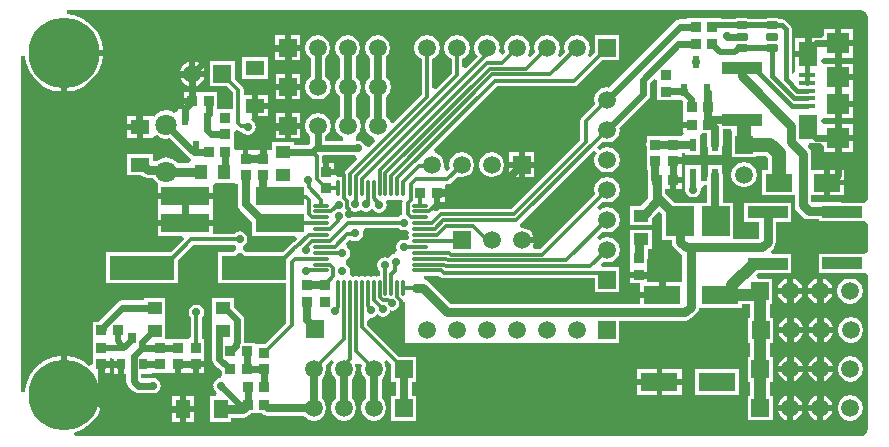
<source format=gtl>
G04*
G04 #@! TF.GenerationSoftware,Altium Limited,Altium Designer,20.0.10 (225)*
G04*
G04 Layer_Physical_Order=1*
G04 Layer_Color=255*
%FSLAX44Y44*%
%MOMM*%
G71*
G01*
G75*
%ADD41R,0.8500X0.8500*%
%ADD42R,0.8500X0.8500*%
%ADD43R,1.2500X1.0000*%
%ADD44R,1.2000X1.6000*%
%ADD45R,0.6500X0.9500*%
%ADD46R,1.0000X1.2500*%
%ADD47R,0.6000X1.1000*%
%ADD48R,1.6000X1.2000*%
%ADD49R,5.5000X2.0000*%
%ADD50R,4.1000X1.5200*%
%ADD51O,1.4000X0.3000*%
%ADD52O,0.3000X1.4000*%
G04:AMPARAMS|DCode=53|XSize=0.6mm|YSize=1mm|CornerRadius=0.075mm|HoleSize=0mm|Usage=FLASHONLY|Rotation=90.000|XOffset=0mm|YOffset=0mm|HoleType=Round|Shape=RoundedRectangle|*
%AMROUNDEDRECTD53*
21,1,0.6000,0.8500,0,0,90.0*
21,1,0.4500,1.0000,0,0,90.0*
1,1,0.1500,0.4250,0.2250*
1,1,0.1500,0.4250,-0.2250*
1,1,0.1500,-0.4250,-0.2250*
1,1,0.1500,-0.4250,0.2250*
%
%ADD53ROUNDEDRECTD53*%
%ADD54R,3.3500X1.0000*%
%ADD55R,0.6000X1.1000*%
%ADD56R,1.4000X0.4000*%
%ADD57R,1.6000X2.1000*%
%ADD58R,1.9000X1.8000*%
%ADD59R,1.9000X1.7500*%
%ADD60R,2.2000X1.5500*%
%ADD61R,2.4000X2.6000*%
%ADD62R,3.1500X1.6000*%
%ADD63C,0.3000*%
%ADD64C,0.6300*%
%ADD65C,0.8000*%
%ADD66C,0.7000*%
%ADD67C,0.6000*%
%ADD68C,0.4000*%
%ADD69C,1.2000*%
%ADD70C,0.5000*%
%ADD71C,1.0000*%
%ADD72C,0.5600*%
%ADD73C,1.5000*%
%ADD74R,1.5000X1.5000*%
%ADD75C,6.0000*%
%ADD76C,1.8000*%
%ADD77R,1.5000X1.5000*%
%ADD78C,0.7000*%
G36*
X542760Y306739D02*
Y303740D01*
Y289740D01*
X557260D01*
Y289739D01*
X559510Y289489D01*
Y289489D01*
X560157Y289490D01*
X563859D01*
X564760Y288588D01*
Y276740D01*
X564760D01*
Y276239D01*
X564760D01*
Y271490D01*
X572010D01*
Y266490D01*
X564760D01*
Y261740D01*
X564912Y261542D01*
X564737Y260996D01*
X563099Y259240D01*
X548760D01*
Y259240D01*
X548260Y259240D01*
Y259240D01*
X533760D01*
Y253887D01*
X533383Y251990D01*
X533760Y250093D01*
Y244740D01*
Y230740D01*
X534383D01*
Y222990D01*
X534760Y221093D01*
Y214740D01*
X535123D01*
Y206946D01*
X528167Y199989D01*
X519760D01*
Y183990D01*
X538260D01*
Y189896D01*
X544135Y195771D01*
X547010Y192896D01*
Y170990D01*
X554873D01*
Y169676D01*
X555416Y166945D01*
X556964Y164629D01*
X561650Y159943D01*
X563873Y158457D01*
Y135990D01*
X549011D01*
Y124990D01*
X546511D01*
Y122490D01*
X527760D01*
Y117127D01*
X367967D01*
X349057Y136036D01*
X346742Y137583D01*
X345143Y137901D01*
X345438Y140901D01*
X358033D01*
X358589Y140345D01*
X360078Y139351D01*
X361833Y139002D01*
X489510D01*
Y127090D01*
X510510D01*
Y148090D01*
X495842D01*
X494699Y150849D01*
X495554Y151788D01*
X496937Y152895D01*
X500010Y152284D01*
X504107Y153099D01*
X507580Y155420D01*
X509901Y158893D01*
X510716Y162990D01*
X509901Y167087D01*
X507580Y170560D01*
X504107Y172880D01*
X500010Y173695D01*
X495914Y172880D01*
X493861Y171509D01*
X491949Y173839D01*
X496493Y178384D01*
X500010Y177684D01*
X504107Y178499D01*
X507580Y180820D01*
X509901Y184293D01*
X510716Y188390D01*
X509901Y192486D01*
X507580Y195960D01*
X504107Y198280D01*
X500010Y199095D01*
X495914Y198280D01*
X493861Y196909D01*
X491949Y199239D01*
X496493Y203784D01*
X500010Y203084D01*
X504107Y203899D01*
X507580Y206220D01*
X509901Y209693D01*
X510716Y213790D01*
X509901Y217887D01*
X507580Y221360D01*
X504107Y223680D01*
X500010Y224495D01*
X495914Y223680D01*
X492440Y221360D01*
X490120Y217887D01*
X489305Y213790D01*
X490004Y210272D01*
X443310Y163578D01*
X441010D01*
X441010Y163578D01*
X438668D01*
X437254Y166223D01*
X437701Y166893D01*
X438019Y168490D01*
X427810D01*
Y173490D01*
X438019D01*
X437701Y175087D01*
X435380Y178560D01*
X431907Y180880D01*
X427810Y181695D01*
X427354Y181605D01*
X426184Y184431D01*
X426655Y184745D01*
X489161Y247251D01*
X491491Y245339D01*
X490120Y243286D01*
X489305Y239190D01*
X490120Y235093D01*
X492440Y231620D01*
X495914Y229299D01*
X500010Y228484D01*
X504107Y229299D01*
X507580Y231620D01*
X509901Y235093D01*
X510716Y239190D01*
X509901Y243286D01*
X507580Y246760D01*
X504107Y249080D01*
X500010Y249895D01*
X495914Y249080D01*
X493861Y247709D01*
X491949Y250039D01*
X496493Y254584D01*
X500010Y253884D01*
X504107Y254699D01*
X507580Y257020D01*
X509901Y260493D01*
X510716Y264590D01*
X510375Y266303D01*
X534787Y290714D01*
X536113Y292699D01*
X536578Y295040D01*
Y304477D01*
X539989Y307887D01*
X542760Y306739D01*
D02*
G37*
G36*
X715000Y365812D02*
X717224Y365369D01*
X719109Y364109D01*
X720369Y362224D01*
X720812Y360000D01*
X720922D01*
Y205014D01*
X717922Y202990D01*
X698700D01*
X698010Y203127D01*
X673653D01*
X673148Y203632D01*
Y209240D01*
X684010D01*
Y219990D01*
Y230739D01*
X673148D01*
Y244254D01*
X672604Y246985D01*
X671057Y249301D01*
X669890Y250468D01*
X671038Y253240D01*
X680510D01*
X681510Y253239D01*
X683510Y251068D01*
Y245740D01*
X693510D01*
Y257740D01*
Y269739D01*
X684510D01*
X683510Y269740D01*
X681510Y271911D01*
Y272568D01*
X683510Y274740D01*
X684510Y274740D01*
X693510D01*
Y286490D01*
X696010D01*
Y288990D01*
X708510D01*
Y297240D01*
Y306490D01*
X696010D01*
Y308990D01*
X693510D01*
Y320740D01*
X684510D01*
X683510Y320740D01*
X681510Y322911D01*
Y323568D01*
X683510Y325740D01*
X684510Y325740D01*
X693510D01*
Y337740D01*
Y349739D01*
X683510D01*
Y344411D01*
X681510Y342240D01*
X680510Y342239D01*
X673010D01*
Y328740D01*
X670510D01*
Y326240D01*
X659510D01*
Y313843D01*
X656510Y312224D01*
X656351Y312328D01*
Y349747D01*
X655963Y351698D01*
X654858Y353352D01*
X651615Y356594D01*
X649961Y357700D01*
X648010Y358088D01*
X646748D01*
X645723Y358772D01*
X644260Y359063D01*
X635760D01*
X634297Y358772D01*
X634036Y358597D01*
X619985D01*
X619724Y358772D01*
X618260Y359063D01*
X609760D01*
X608297Y358772D01*
X608036Y358597D01*
X596260D01*
Y359240D01*
X567760D01*
Y358107D01*
X562010D01*
X559669Y357641D01*
X557685Y356315D01*
X501724Y300354D01*
X500010Y300695D01*
X495914Y299880D01*
X492440Y297560D01*
X490120Y294086D01*
X489305Y289990D01*
X490004Y286472D01*
X478766Y275234D01*
X477771Y273745D01*
X477422Y271990D01*
Y255890D01*
X419110Y197578D01*
X359504D01*
X357748Y197229D01*
X356260Y196234D01*
X355622Y195596D01*
X352605Y196403D01*
X351749Y198734D01*
X352099Y200490D01*
X352049Y200739D01*
X353510Y202894D01*
Y210989D01*
X356010D01*
Y213489D01*
X363260D01*
Y218239D01*
X365010Y218401D01*
X365010Y218401D01*
X366766Y218751D01*
X368255Y219745D01*
X373493Y224984D01*
X377010Y224284D01*
X381107Y225099D01*
X384580Y227419D01*
X386901Y230893D01*
X387716Y234989D01*
X386901Y239086D01*
X384580Y242560D01*
X381107Y244880D01*
X377010Y245695D01*
X372914Y244880D01*
X369440Y242560D01*
X367120Y239086D01*
X366305Y234989D01*
X367004Y231472D01*
X364908Y229376D01*
X364051Y229503D01*
X363872Y229601D01*
X361892Y232857D01*
X362316Y234989D01*
X361501Y239086D01*
X359180Y242560D01*
X355707Y244880D01*
X354512Y245118D01*
X353525Y248373D01*
X406732Y301580D01*
X472189D01*
X473945Y301930D01*
X475434Y302924D01*
X495999Y323490D01*
X510510D01*
Y344490D01*
X489510D01*
Y329978D01*
X485460Y325928D01*
X483130Y327840D01*
X484501Y329893D01*
X485316Y333990D01*
X484501Y338086D01*
X482180Y341560D01*
X478707Y343880D01*
X474610Y344695D01*
X470513Y343880D01*
X467040Y341560D01*
X464720Y338086D01*
X463905Y333990D01*
X464604Y330472D01*
X460060Y325928D01*
X457730Y327840D01*
X459101Y329893D01*
X459916Y333990D01*
X459101Y338086D01*
X456780Y341560D01*
X453307Y343880D01*
X449210Y344695D01*
X445113Y343880D01*
X441640Y341560D01*
X439320Y338086D01*
X438505Y333990D01*
X439204Y330472D01*
X434660Y325928D01*
X432330Y327840D01*
X433701Y329893D01*
X434516Y333990D01*
X433701Y338086D01*
X431380Y341560D01*
X427907Y343880D01*
X423810Y344695D01*
X419714Y343880D01*
X416240Y341560D01*
X413920Y338086D01*
X413105Y333990D01*
X413804Y330472D01*
X411594Y328262D01*
X410825Y328376D01*
X410562Y328534D01*
X408666Y331729D01*
X409116Y333990D01*
X408301Y338086D01*
X405980Y341560D01*
X402507Y343880D01*
X398410Y344695D01*
X394314Y343880D01*
X390840Y341560D01*
X388520Y338086D01*
X387705Y333990D01*
X388520Y329893D01*
X390456Y326995D01*
X380370Y316909D01*
X377598Y318057D01*
Y324427D01*
X380580Y326419D01*
X382901Y329893D01*
X383716Y333990D01*
X382901Y338086D01*
X380580Y341560D01*
X377107Y343880D01*
X373010Y344695D01*
X368913Y343880D01*
X365440Y341560D01*
X363120Y338086D01*
X362305Y333990D01*
X363120Y329893D01*
X365440Y326419D01*
X368422Y324427D01*
Y312648D01*
X354970Y299196D01*
X352198Y300344D01*
Y324427D01*
X355180Y326419D01*
X357501Y329893D01*
X358316Y333990D01*
X357501Y338086D01*
X355180Y341560D01*
X351707Y343880D01*
X347610Y344695D01*
X343513Y343880D01*
X340040Y341560D01*
X337720Y338086D01*
X336905Y333990D01*
X337720Y329893D01*
X340040Y326419D01*
X343022Y324427D01*
Y294319D01*
X319129Y270426D01*
X316258Y271297D01*
X316101Y272086D01*
X313780Y275560D01*
X312638Y276323D01*
Y292670D01*
X313778Y293432D01*
X316098Y296905D01*
X316913Y301002D01*
X316098Y305099D01*
X313778Y308572D01*
X312638Y309333D01*
Y325923D01*
X313381Y326419D01*
X315701Y329893D01*
X316516Y333989D01*
X315701Y338086D01*
X313381Y341560D01*
X309907Y343880D01*
X305810Y344695D01*
X301714Y343880D01*
X298240Y341560D01*
X295920Y338086D01*
X295105Y333989D01*
X295920Y329893D01*
X298240Y326419D01*
X299383Y325656D01*
Y309070D01*
X298638Y308572D01*
X296317Y305099D01*
X295502Y301002D01*
X296317Y296905D01*
X298638Y293432D01*
X299383Y292933D01*
Y276056D01*
X298640Y275560D01*
X296320Y272086D01*
X295505Y267990D01*
X296320Y263893D01*
X298640Y260419D01*
X302113Y258099D01*
X302903Y257942D01*
X303774Y255071D01*
X298530Y249827D01*
X295275Y250814D01*
X295133Y251526D01*
X293697Y253676D01*
X291546Y255112D01*
X289010Y255617D01*
X288224Y255460D01*
X287251Y256057D01*
X287181Y259618D01*
X288381Y260419D01*
X290701Y263893D01*
X291516Y267990D01*
X290701Y272086D01*
X288381Y275560D01*
X287238Y276323D01*
Y292670D01*
X288378Y293432D01*
X290698Y296905D01*
X291513Y301002D01*
X290698Y305099D01*
X288378Y308572D01*
X287238Y309333D01*
Y325923D01*
X287980Y326419D01*
X290301Y329893D01*
X291116Y333989D01*
X290301Y338086D01*
X287980Y341560D01*
X284507Y343880D01*
X280410Y344695D01*
X276313Y343880D01*
X272840Y341560D01*
X270520Y338086D01*
X269705Y333989D01*
X270520Y329893D01*
X272840Y326419D01*
X273983Y325656D01*
Y309070D01*
X273237Y308572D01*
X270917Y305099D01*
X270102Y301002D01*
X270917Y296905D01*
X273237Y293432D01*
X273983Y292933D01*
Y276056D01*
X273240Y275560D01*
X270920Y272086D01*
X270105Y267990D01*
X270920Y263893D01*
X273240Y260419D01*
X276714Y258099D01*
X276376Y255107D01*
X261128D01*
Y259182D01*
X262980Y260419D01*
X265301Y263893D01*
X266116Y267990D01*
X265301Y272086D01*
X262980Y275560D01*
X259507Y277880D01*
X255410Y278695D01*
X251313Y277880D01*
X247840Y275560D01*
X245520Y272086D01*
X244705Y267990D01*
X245520Y263893D01*
X247840Y260419D01*
X248893Y259716D01*
Y253038D01*
X247962Y252107D01*
X235260D01*
Y253990D01*
X216760D01*
Y250033D01*
X216260Y247240D01*
X211510D01*
Y239990D01*
X206510D01*
Y247240D01*
X204260D01*
X201760Y247240D01*
Y247240D01*
X201263Y247231D01*
Y247231D01*
X196514D01*
Y239981D01*
X191514D01*
Y247231D01*
X187260D01*
X186763Y247231D01*
X184260Y248431D01*
Y253239D01*
X184260D01*
X184260Y253740D01*
X184260Y256239D01*
Y263008D01*
X186242Y264095D01*
X187260Y264337D01*
X188489Y263516D01*
X190245Y263167D01*
X190747D01*
X191324Y262303D01*
X193474Y260867D01*
X196010Y260362D01*
X198547Y260867D01*
X200697Y262303D01*
X202133Y264453D01*
X202638Y266990D01*
X202133Y269526D01*
X200697Y271676D01*
X198730Y272990D01*
X198698Y273210D01*
X199510Y274632D01*
Y284990D01*
Y293990D01*
X192598D01*
Y298390D01*
X192249Y300145D01*
X191255Y301634D01*
X184910Y307978D01*
Y322490D01*
X163910D01*
Y301490D01*
X178422D01*
X183422Y296489D01*
Y282240D01*
X170260D01*
Y296239D01*
X151510D01*
Y288990D01*
X149010D01*
Y286490D01*
X141760D01*
Y282489D01*
X136510D01*
Y280682D01*
X133510Y279079D01*
X131692Y280293D01*
X127010Y281225D01*
X122328Y280293D01*
X118359Y277641D01*
X117045Y275676D01*
X116010Y275989D01*
Y275989D01*
X107510D01*
Y266989D01*
Y257990D01*
X116010D01*
Y258864D01*
X119010Y259903D01*
X122328Y257686D01*
X127010Y256754D01*
X129999Y257349D01*
X145685Y241664D01*
X146967Y240807D01*
X147650Y239127D01*
X147043Y237682D01*
X145571Y236127D01*
X136674D01*
X135662Y237641D01*
X131692Y240293D01*
X127010Y241225D01*
X122328Y240293D01*
X118956Y238040D01*
X116010D01*
Y243990D01*
X94010D01*
Y225990D01*
X105917D01*
X106050Y225856D01*
X108366Y224309D01*
X111097Y223766D01*
X116068D01*
X118359Y220338D01*
X118783Y220055D01*
X119510Y219189D01*
Y211089D01*
X166510D01*
Y217361D01*
X167829Y219451D01*
X169282Y219740D01*
X183763D01*
X184010Y219739D01*
X186763Y219144D01*
Y218731D01*
X187386D01*
Y201486D01*
X187891Y198950D01*
X189327Y196800D01*
X199510Y186617D01*
Y174790D01*
X236302D01*
X237450Y172018D01*
X234761Y169329D01*
X234254Y169228D01*
X232766Y168234D01*
X225522Y160990D01*
X194155D01*
X193697Y161676D01*
X191898Y162878D01*
X191708Y164489D01*
X191898Y166101D01*
X193697Y167303D01*
X195133Y169453D01*
X195638Y171989D01*
X195133Y174526D01*
X193697Y176676D01*
X191547Y178112D01*
X189010Y178617D01*
X186474Y178112D01*
X184324Y176676D01*
X184259Y176578D01*
X166510D01*
Y182890D01*
X119510D01*
Y174790D01*
X140402D01*
X141550Y172018D01*
X130522Y160990D01*
X76010D01*
Y134990D01*
X137010D01*
Y154501D01*
X149911Y167401D01*
X184259D01*
X184324Y167303D01*
X186123Y166101D01*
X186312Y164490D01*
X186123Y162878D01*
X184324Y161676D01*
X183866Y160990D01*
X171010D01*
Y134990D01*
X228422D01*
Y100890D01*
X210772Y83239D01*
X202760D01*
X202260Y84240D01*
X193391D01*
X193128Y84561D01*
Y103240D01*
X192662Y105581D01*
X191336Y107565D01*
X184260Y114641D01*
Y121989D01*
X165760D01*
Y105990D01*
Y92581D01*
X165643Y91989D01*
Y70669D01*
X166108Y68327D01*
X167435Y66343D01*
X170621Y63156D01*
X172342Y62007D01*
X173760Y60588D01*
Y57492D01*
X173516Y54685D01*
X171017Y54121D01*
X170974Y54112D01*
X168824Y52676D01*
X167388Y50526D01*
X166883Y47990D01*
X166965Y47580D01*
X166893Y47219D01*
X167358Y44878D01*
X168685Y42893D01*
X170037Y41989D01*
X169420Y38990D01*
X164010D01*
Y16990D01*
X182010D01*
Y20852D01*
X192010D01*
X194742Y21396D01*
X197057Y22943D01*
X198854Y24739D01*
X207888D01*
X208337Y24290D01*
X210487Y22854D01*
X213023Y22349D01*
X243613D01*
X244243Y21407D01*
X247716Y19086D01*
X251813Y18271D01*
X255910Y19086D01*
X259383Y21407D01*
X261704Y24880D01*
X262519Y28977D01*
X261704Y33073D01*
X259383Y36547D01*
X258441Y37176D01*
Y53776D01*
X259383Y54406D01*
X261704Y57880D01*
X262519Y61976D01*
X261819Y65494D01*
X266364Y70038D01*
X268694Y68126D01*
X267323Y66073D01*
X266508Y61976D01*
X267323Y57880D01*
X269643Y54406D01*
X270586Y53776D01*
Y37176D01*
X269643Y36547D01*
X267323Y33073D01*
X266508Y28977D01*
X267323Y24880D01*
X269643Y21407D01*
X273116Y19086D01*
X277213Y18271D01*
X281310Y19086D01*
X284783Y21407D01*
X287104Y24880D01*
X287919Y28977D01*
X287104Y33073D01*
X284783Y36547D01*
X283841Y37176D01*
Y53776D01*
X284783Y54406D01*
X287104Y57880D01*
X287919Y61976D01*
X287104Y66073D01*
X287488Y66540D01*
X291369Y66732D01*
X292607Y65494D01*
X291908Y61976D01*
X292722Y57880D01*
X295043Y54406D01*
X295986Y53776D01*
Y37176D01*
X295043Y36547D01*
X292722Y33073D01*
X291908Y28977D01*
X292722Y24880D01*
X295043Y21407D01*
X298516Y19086D01*
X302613Y18271D01*
X306710Y19086D01*
X310183Y21407D01*
X312504Y24880D01*
X313319Y28977D01*
X312504Y33073D01*
X310183Y36547D01*
X309241Y37176D01*
Y53776D01*
X310183Y54406D01*
X312504Y57880D01*
X313319Y61976D01*
X312504Y66073D01*
X311133Y68126D01*
X313463Y70038D01*
X317513Y65988D01*
Y51476D01*
X321386D01*
Y39476D01*
X317513D01*
Y18477D01*
X338513D01*
Y39476D01*
X334641D01*
Y51476D01*
X338513D01*
Y72477D01*
X324002D01*
X297099Y99380D01*
Y102883D01*
X300010Y105362D01*
X302547Y105867D01*
X304697Y107303D01*
X305352Y108285D01*
X307474Y106867D01*
X310010Y106362D01*
X312547Y106867D01*
X314697Y108303D01*
X316133Y110453D01*
X316378Y111687D01*
X318010Y111362D01*
X320546Y111867D01*
X322697Y113303D01*
X324133Y115453D01*
X324638Y117990D01*
X327548Y118735D01*
X328807Y118497D01*
X329000Y118139D01*
Y103000D01*
Y85000D01*
X329510Y84490D01*
X346376D01*
X347410Y84284D01*
X348445Y84490D01*
X371776D01*
X372810Y84284D01*
X373844Y84490D01*
X397176D01*
X398210Y84284D01*
X399244Y84490D01*
X422576D01*
X423610Y84284D01*
X424645Y84490D01*
X447976D01*
X449010Y84284D01*
X450045Y84490D01*
X473376D01*
X474410Y84284D01*
X475444Y84490D01*
X510310D01*
Y102852D01*
X566324D01*
X569055Y103396D01*
X571371Y104943D01*
X576057Y109629D01*
X577604Y111945D01*
X578011Y113990D01*
X614260D01*
Y116833D01*
X621554D01*
Y105490D01*
X619710D01*
Y84490D01*
X621554D01*
Y72497D01*
X619507D01*
Y51497D01*
X621554D01*
Y39490D01*
X619310D01*
Y18490D01*
X640310D01*
Y39490D01*
X637867D01*
Y51497D01*
X640508D01*
Y72497D01*
X637867D01*
Y84490D01*
X640710D01*
Y105490D01*
X637867D01*
Y117490D01*
X640110D01*
Y138490D01*
X627674D01*
X626457Y141279D01*
X627915Y143083D01*
X636010D01*
X636798Y143240D01*
X655760D01*
Y159240D01*
X639910D01*
X638667Y162240D01*
X641057Y164629D01*
X642604Y166945D01*
X643148Y169676D01*
Y186740D01*
X655760D01*
Y202740D01*
X616260D01*
Y186740D01*
X628873D01*
Y172632D01*
X628368Y172127D01*
X607010D01*
Y202990D01*
X598141D01*
Y225984D01*
X597636Y228520D01*
X597513Y228704D01*
Y234484D01*
X584513D01*
Y225984D01*
X579513D01*
Y234484D01*
X566513D01*
Y217484D01*
X566513Y217484D01*
X566484Y214496D01*
X566383Y213990D01*
X566888Y211453D01*
X568324Y209303D01*
X570474Y207867D01*
X573010Y207362D01*
X575546Y207867D01*
X577697Y209303D01*
X579133Y211453D01*
X579638Y213990D01*
X579539Y214484D01*
X581826Y217484D01*
X584886D01*
Y202990D01*
X557104D01*
X549397Y210696D01*
Y214740D01*
X553510D01*
Y221990D01*
X556010D01*
Y224490D01*
X563260D01*
Y229240D01*
X563260D01*
X563260Y230740D01*
X563260D01*
X563260Y232239D01*
Y235490D01*
X556010D01*
Y240490D01*
X563260D01*
Y245359D01*
X566513D01*
Y243484D01*
X578513D01*
Y260484D01*
X580993Y261740D01*
X584886D01*
Y251984D01*
X585391Y249448D01*
X585513Y249264D01*
Y243484D01*
X597513D01*
Y249264D01*
X597636Y249448D01*
X598141Y251984D01*
Y265240D01*
X604907D01*
X605510Y262489D01*
X605510D01*
Y241490D01*
X626510D01*
Y242813D01*
X634680D01*
X636334Y241159D01*
Y230739D01*
X631510D01*
Y209240D01*
X658873D01*
Y200676D01*
X659417Y197945D01*
X660964Y195629D01*
X665650Y190943D01*
X667965Y189396D01*
X670697Y188852D01*
X679260D01*
Y186990D01*
X717922D01*
X718760Y186989D01*
X720922Y184965D01*
Y161514D01*
X717922Y159489D01*
X706798D01*
X706010Y159646D01*
X699010D01*
X698223Y159489D01*
X679260D01*
Y143490D01*
X698223D01*
X699010Y143333D01*
X706010D01*
X706798Y143490D01*
X717922D01*
X718760Y143490D01*
X720922Y141465D01*
Y11000D01*
X720812D01*
X720369Y8776D01*
X719109Y6891D01*
X717224Y5631D01*
X715000Y5188D01*
Y5078D01*
X715000Y5078D01*
X49764Y5078D01*
X49167Y8078D01*
X56642Y11175D01*
X63536Y16464D01*
X68825Y23358D01*
X72151Y31385D01*
X72956Y37500D01*
X40000D01*
Y40000D01*
X37500D01*
Y72956D01*
X31385Y72151D01*
X23358Y68825D01*
X16464Y63536D01*
X11175Y56642D01*
X7849Y48615D01*
X7078Y42758D01*
X4078Y42955D01*
Y327045D01*
X7078Y327242D01*
X7849Y321385D01*
X11175Y313358D01*
X16464Y306464D01*
X23358Y301175D01*
X31385Y297849D01*
X37500Y297044D01*
Y330000D01*
X40000D01*
Y332500D01*
X72956D01*
X72151Y338615D01*
X68825Y346642D01*
X63536Y353536D01*
X56642Y358825D01*
X48615Y362151D01*
X42758Y362922D01*
X42955Y365922D01*
X715000Y365922D01*
Y365812D01*
D02*
G37*
G36*
X286474Y242867D02*
X287185Y242725D01*
X288173Y239470D01*
X279266Y230563D01*
X278272Y229075D01*
X277922Y227319D01*
Y227276D01*
X277569Y225391D01*
X275902Y224758D01*
X275755Y224728D01*
X275662Y224667D01*
X274831Y224351D01*
X274266Y224728D01*
X272510Y225078D01*
X272260Y225028D01*
X270106Y226490D01*
X262010D01*
Y228990D01*
X259510D01*
Y236240D01*
X258848D01*
Y242225D01*
X259380Y242872D01*
X286466D01*
X286474Y242867D01*
D02*
G37*
G36*
X320755Y205251D02*
X322510Y204901D01*
X324266Y205251D01*
X324687Y205532D01*
X325586Y205109D01*
X327222Y204069D01*
X326922Y202561D01*
Y193419D01*
X327115Y192451D01*
X325464Y192123D01*
X323314Y190686D01*
X323248Y190588D01*
X282449D01*
X280488Y191556D01*
X279396Y193309D01*
X279164Y194476D01*
X279159Y194500D01*
X279674Y195574D01*
X280259Y195878D01*
X283349Y196299D01*
X284504Y195527D01*
X287040Y195023D01*
X289576Y195527D01*
X291726Y196964D01*
X291786Y197054D01*
X293784Y195719D01*
X296320Y195215D01*
X298856Y195719D01*
X301006Y197156D01*
X301755D01*
X302324Y196303D01*
X304474Y194867D01*
X307010Y194362D01*
X309547Y194867D01*
X311697Y196303D01*
X313133Y198453D01*
X313638Y200989D01*
X313133Y203526D01*
X315010Y205748D01*
X315755Y205251D01*
X317510Y204901D01*
X319266Y205251D01*
X320010Y205748D01*
X320755Y205251D01*
D02*
G37*
G36*
X323314Y181314D02*
X325464Y179877D01*
X328000Y179373D01*
X330536Y179877D01*
X332769Y177990D01*
X332271Y177245D01*
X331922Y175490D01*
X332271Y173734D01*
X332769Y172990D01*
X330546Y171112D01*
X328010Y171617D01*
X325474Y171112D01*
X323324Y169676D01*
X321888Y167526D01*
X321383Y164990D01*
X321888Y162453D01*
X321623Y161598D01*
X320273Y159470D01*
X318474Y159112D01*
X316324Y157676D01*
X315052Y155771D01*
X314557Y156102D01*
X312021Y156607D01*
X309485Y156102D01*
X307334Y154665D01*
X305898Y152515D01*
X305393Y149979D01*
X305898Y147443D01*
X307334Y145293D01*
X307922Y144900D01*
Y141416D01*
X307510Y141078D01*
X305755Y140728D01*
X305010Y140231D01*
X304266Y140728D01*
X302510Y141078D01*
X300755Y140728D01*
X300010Y140231D01*
X299266Y140728D01*
X297510Y141078D01*
X295755Y140728D01*
X295010Y140231D01*
X294266Y140728D01*
X292510Y141078D01*
X290755Y140728D01*
X290010Y140231D01*
X289266Y140728D01*
X287510Y141078D01*
X285755Y140728D01*
X285010Y140231D01*
X284489Y140579D01*
X282477Y142180D01*
X282425Y143921D01*
X282638Y144990D01*
X282133Y147526D01*
X280697Y149676D01*
X278898Y150878D01*
X278708Y152490D01*
X278898Y154101D01*
X280697Y155303D01*
X282133Y157453D01*
X282638Y159990D01*
X282133Y162526D01*
X280697Y164676D01*
X279936Y165184D01*
X279298Y168789D01*
X282156Y171646D01*
X283312D01*
X284464Y170877D01*
X287000Y170373D01*
X289536Y170877D01*
X291686Y172314D01*
X293123Y174464D01*
X293627Y177000D01*
X293347Y178412D01*
X295203Y181412D01*
X323248D01*
X323314Y181314D01*
D02*
G37*
%LPC*%
G36*
X538260Y179989D02*
X519760D01*
Y163990D01*
X519760D01*
X519760Y163239D01*
X519760D01*
Y148740D01*
Y144490D01*
X534260D01*
Y148740D01*
Y155550D01*
X534398Y156240D01*
Y163990D01*
X538260D01*
Y179989D01*
D02*
G37*
G36*
X534260Y139490D02*
X519760D01*
Y134740D01*
X527760D01*
Y127490D01*
X544011D01*
Y135990D01*
X534260D01*
Y139490D01*
D02*
G37*
G36*
X708510Y349739D02*
X698510D01*
Y340240D01*
X708510D01*
Y349739D01*
D02*
G37*
G36*
X240110Y344490D02*
X232110D01*
Y336489D01*
X240110D01*
Y344490D01*
D02*
G37*
G36*
X227110D02*
X219110D01*
Y336489D01*
X227110D01*
Y344490D01*
D02*
G37*
G36*
X668010Y342239D02*
X659510D01*
Y331240D01*
X668010D01*
Y342239D01*
D02*
G37*
G36*
X708510Y335240D02*
X698510D01*
Y325740D01*
X708510D01*
Y335240D01*
D02*
G37*
G36*
X240110Y331489D02*
X232110D01*
Y323489D01*
X240110D01*
Y331489D01*
D02*
G37*
G36*
X227110D02*
X219110D01*
Y323489D01*
X227110D01*
Y331489D01*
D02*
G37*
G36*
X151510Y322198D02*
Y314490D01*
X159219D01*
X158901Y316087D01*
X156580Y319560D01*
X153107Y321880D01*
X151510Y322198D01*
D02*
G37*
G36*
X146510D02*
X144914Y321880D01*
X141440Y319560D01*
X139120Y316087D01*
X138802Y314490D01*
X146510D01*
Y322198D01*
D02*
G37*
G36*
X698510Y320740D02*
Y311490D01*
X708510D01*
Y320740D01*
X698510D01*
D02*
G37*
G36*
X213010Y325989D02*
X191010D01*
Y307990D01*
X213010D01*
Y325989D01*
D02*
G37*
G36*
X240508Y311502D02*
X232507D01*
Y303502D01*
X240508D01*
Y311502D01*
D02*
G37*
G36*
X227507D02*
X219508D01*
Y303502D01*
X227507D01*
Y311502D01*
D02*
G37*
G36*
X159219Y309490D02*
X151510D01*
Y301781D01*
X153107Y302099D01*
X156580Y304419D01*
X158901Y307893D01*
X159219Y309490D01*
D02*
G37*
G36*
X146510D02*
X138802D01*
X139120Y307893D01*
X141440Y304419D01*
X144914Y302099D01*
X146510Y301781D01*
Y309490D01*
D02*
G37*
G36*
X72956Y327500D02*
X42500D01*
Y297044D01*
X48615Y297849D01*
X56642Y301175D01*
X63536Y306464D01*
X68825Y313358D01*
X72151Y321385D01*
X72956Y327500D01*
D02*
G37*
G36*
X146510Y296239D02*
X141760D01*
Y291490D01*
X146510D01*
Y296239D01*
D02*
G37*
G36*
X240508Y298502D02*
X232507D01*
Y290502D01*
X240508D01*
Y298502D01*
D02*
G37*
G36*
X227507D02*
X219508D01*
Y290502D01*
X227507D01*
Y298502D01*
D02*
G37*
G36*
X255010Y344695D02*
X250914Y343880D01*
X247440Y341560D01*
X245120Y338086D01*
X244305Y333989D01*
X245120Y329893D01*
X247440Y326419D01*
X249091Y325316D01*
Y309410D01*
X247838Y308572D01*
X245517Y305099D01*
X244702Y301002D01*
X245517Y296905D01*
X247838Y293432D01*
X251311Y291111D01*
X255408Y290296D01*
X259504Y291111D01*
X262978Y293432D01*
X265298Y296905D01*
X266113Y301002D01*
X265298Y305099D01*
X262978Y308572D01*
X261327Y309675D01*
Y325582D01*
X262581Y326419D01*
X264901Y329893D01*
X265716Y333989D01*
X264901Y338086D01*
X262581Y341560D01*
X259107Y343880D01*
X255010Y344695D01*
D02*
G37*
G36*
X213010Y293990D02*
X204510D01*
Y287490D01*
X213010D01*
Y293990D01*
D02*
G37*
G36*
Y282490D02*
X204510D01*
Y275990D01*
X213010D01*
Y282490D01*
D02*
G37*
G36*
X708510Y283990D02*
X698510D01*
Y274740D01*
X708510D01*
Y283990D01*
D02*
G37*
G36*
X240510Y278489D02*
X232510D01*
Y270490D01*
X240510D01*
Y278489D01*
D02*
G37*
G36*
X227510D02*
X219510D01*
Y270490D01*
X227510D01*
Y278489D01*
D02*
G37*
G36*
X102510Y275989D02*
X94010D01*
Y269489D01*
X102510D01*
Y275989D01*
D02*
G37*
G36*
X698510Y269739D02*
Y260240D01*
X708510D01*
Y269739D01*
X698510D01*
D02*
G37*
G36*
X102510Y264489D02*
X94010D01*
Y257990D01*
X102510D01*
Y264489D01*
D02*
G37*
G36*
X240510Y265490D02*
X232510D01*
Y257489D01*
X240510D01*
Y265490D01*
D02*
G37*
G36*
X227510D02*
X219510D01*
Y257489D01*
X227510D01*
Y265490D01*
D02*
G37*
G36*
X708510Y255240D02*
X698510D01*
Y245740D01*
X708510D01*
Y255240D01*
D02*
G37*
G36*
X438310Y245490D02*
X430310D01*
Y237490D01*
X438310D01*
Y245490D01*
D02*
G37*
G36*
X425310D02*
X417310D01*
Y237490D01*
X425310D01*
Y245490D01*
D02*
G37*
G36*
X438310Y232490D02*
X430310D01*
Y224490D01*
X438310D01*
Y232490D01*
D02*
G37*
G36*
X425310D02*
X417310D01*
Y224490D01*
X425310D01*
Y232490D01*
D02*
G37*
G36*
X402410Y245695D02*
X398313Y244880D01*
X394840Y242560D01*
X392520Y239086D01*
X391705Y234989D01*
X392520Y230893D01*
X394840Y227419D01*
X398313Y225099D01*
X402410Y224284D01*
X406507Y225099D01*
X409980Y227419D01*
X412301Y230893D01*
X413116Y234989D01*
X412301Y239086D01*
X409980Y242560D01*
X406507Y244880D01*
X402410Y245695D01*
D02*
G37*
G36*
X700510Y230739D02*
X689010D01*
Y222490D01*
X700510D01*
Y230739D01*
D02*
G37*
G36*
X616010Y237295D02*
X611913Y236480D01*
X608440Y234160D01*
X606120Y230686D01*
X605305Y226590D01*
X606120Y222493D01*
X608440Y219020D01*
X611913Y216699D01*
X616010Y215884D01*
X620107Y216699D01*
X623580Y219020D01*
X625901Y222493D01*
X626716Y226590D01*
X625901Y230686D01*
X623580Y234160D01*
X620107Y236480D01*
X616010Y237295D01*
D02*
G37*
G36*
X563260Y219490D02*
X558510D01*
Y214740D01*
X563260D01*
Y219490D01*
D02*
G37*
G36*
X700510Y217490D02*
X689010D01*
Y209240D01*
X700510D01*
Y217490D01*
D02*
G37*
G36*
X363260Y208490D02*
X358510D01*
Y203739D01*
X363260D01*
Y208490D01*
D02*
G37*
G36*
X166510Y206089D02*
X143010D01*
X119510D01*
Y198990D01*
X119510Y195989D01*
X119510Y194990D01*
Y187890D01*
X143010D01*
X166510D01*
Y194990D01*
X166510Y197990D01*
X166510Y198990D01*
Y206089D01*
D02*
G37*
G36*
X682910Y138198D02*
Y130490D01*
X690619D01*
X690301Y132086D01*
X687980Y135560D01*
X684507Y137880D01*
X682910Y138198D01*
D02*
G37*
G36*
X677910D02*
X676313Y137880D01*
X672840Y135560D01*
X670520Y132086D01*
X670202Y130490D01*
X677910D01*
Y138198D01*
D02*
G37*
G36*
X657510D02*
Y130490D01*
X665219D01*
X664901Y132086D01*
X662580Y135560D01*
X659107Y137880D01*
X657510Y138198D01*
D02*
G37*
G36*
X652510D02*
X650913Y137880D01*
X647440Y135560D01*
X645120Y132086D01*
X644802Y130490D01*
X652510D01*
Y138198D01*
D02*
G37*
G36*
X690619Y125490D02*
X682910D01*
Y117781D01*
X684507Y118099D01*
X687980Y120420D01*
X690301Y123893D01*
X690619Y125490D01*
D02*
G37*
G36*
X677910D02*
X670202D01*
X670520Y123893D01*
X672840Y120420D01*
X676313Y118099D01*
X677910Y117781D01*
Y125490D01*
D02*
G37*
G36*
X665219D02*
X657510D01*
Y117781D01*
X659107Y118099D01*
X662580Y120420D01*
X664901Y123893D01*
X665219Y125490D01*
D02*
G37*
G36*
X652510D02*
X644802D01*
X645120Y123893D01*
X647440Y120420D01*
X650913Y118099D01*
X652510Y117781D01*
Y125490D01*
D02*
G37*
G36*
X705810Y138695D02*
X701713Y137880D01*
X698240Y135560D01*
X695920Y132086D01*
X695105Y127990D01*
X695920Y123893D01*
X698240Y120420D01*
X701713Y118099D01*
X705810Y117284D01*
X709907Y118099D01*
X713380Y120420D01*
X715701Y123893D01*
X716516Y127990D01*
X715701Y132086D01*
X713380Y135560D01*
X709907Y137880D01*
X705810Y138695D01*
D02*
G37*
G36*
X683510Y105198D02*
Y97490D01*
X691219D01*
X690901Y99087D01*
X688580Y102560D01*
X685107Y104880D01*
X683510Y105198D01*
D02*
G37*
G36*
X678510D02*
X676914Y104880D01*
X673440Y102560D01*
X671120Y99087D01*
X670802Y97490D01*
X678510D01*
Y105198D01*
D02*
G37*
G36*
X658110D02*
Y97490D01*
X665819D01*
X665501Y99087D01*
X663180Y102560D01*
X659707Y104880D01*
X658110Y105198D01*
D02*
G37*
G36*
X653110D02*
X651514Y104880D01*
X648040Y102560D01*
X645720Y99087D01*
X645402Y97490D01*
X653110D01*
Y105198D01*
D02*
G37*
G36*
X691219Y92490D02*
X683510D01*
Y84781D01*
X685107Y85099D01*
X688580Y87420D01*
X690901Y90893D01*
X691219Y92490D01*
D02*
G37*
G36*
X678510D02*
X670802D01*
X671120Y90893D01*
X673440Y87420D01*
X676914Y85099D01*
X678510Y84781D01*
Y92490D01*
D02*
G37*
G36*
X665819D02*
X658110D01*
Y84781D01*
X659707Y85099D01*
X663180Y87420D01*
X665501Y90893D01*
X665819Y92490D01*
D02*
G37*
G36*
X653110D02*
X645402D01*
X645720Y90893D01*
X648040Y87420D01*
X651514Y85099D01*
X653110Y84781D01*
Y92490D01*
D02*
G37*
G36*
X706410Y105695D02*
X702314Y104880D01*
X698840Y102560D01*
X696520Y99087D01*
X695705Y94990D01*
X696520Y90893D01*
X698840Y87420D01*
X702314Y85099D01*
X706410Y84284D01*
X710507Y85099D01*
X713980Y87420D01*
X716301Y90893D01*
X717116Y94990D01*
X716301Y99087D01*
X713980Y102560D01*
X710507Y104880D01*
X706410Y105695D01*
D02*
G37*
G36*
X126260Y121989D02*
X107760D01*
Y120107D01*
X89439D01*
X87098Y119641D01*
X85114Y118315D01*
X69038Y102240D01*
X64760D01*
Y87740D01*
X64760Y87740D01*
Y87240D01*
X64760D01*
X64760Y84740D01*
Y72740D01*
Y66378D01*
X61760Y64898D01*
X56642Y68825D01*
X48615Y72151D01*
X42500Y72956D01*
Y42500D01*
X72956D01*
X72151Y48615D01*
X69199Y55739D01*
X69510Y56384D01*
Y65989D01*
X72010D01*
Y68489D01*
X79260D01*
Y71363D01*
X79559Y71600D01*
X82260Y70294D01*
Y68489D01*
X88510D01*
Y65989D01*
X91010D01*
Y58239D01*
X93143D01*
Y51740D01*
X93609Y49398D01*
X94935Y47414D01*
X98685Y43664D01*
X100669Y42338D01*
X103010Y41872D01*
X112966D01*
X112974Y41867D01*
X115510Y41362D01*
X118047Y41867D01*
X120197Y43303D01*
X121633Y45453D01*
X122138Y47990D01*
X121633Y50526D01*
X120197Y52676D01*
X118047Y54112D01*
X115510Y54617D01*
X112974Y54112D01*
X112966Y54107D01*
X105544D01*
X105378Y54274D01*
Y58239D01*
X113760D01*
Y58239D01*
X114760Y58740D01*
X129260D01*
Y58740D01*
X129760Y58740D01*
Y58740D01*
X134510D01*
Y65989D01*
X139510D01*
Y58740D01*
X141760D01*
X144260Y58740D01*
X147260Y58740D01*
X149510D01*
Y65989D01*
X152010D01*
Y68489D01*
X159260D01*
Y72740D01*
Y87240D01*
X156848D01*
Y105071D01*
X157197Y105303D01*
X158633Y107453D01*
X159138Y109990D01*
X158633Y112526D01*
X157197Y114676D01*
X155047Y116112D01*
X152510Y116617D01*
X149974Y116112D01*
X147824Y114676D01*
X146388Y112526D01*
X145883Y109990D01*
X146388Y107453D01*
X147672Y105531D01*
Y89361D01*
X145551Y87240D01*
X141760Y87240D01*
X129760D01*
Y87240D01*
X129260Y87240D01*
Y87240D01*
X126260D01*
Y101989D01*
Y105990D01*
Y121989D01*
D02*
G37*
G36*
X683307Y72206D02*
Y64497D01*
X691016D01*
X690698Y66094D01*
X688378Y69567D01*
X684904Y71888D01*
X683307Y72206D01*
D02*
G37*
G36*
X678307D02*
X676711Y71888D01*
X673237Y69567D01*
X670917Y66094D01*
X670599Y64497D01*
X678307D01*
Y72206D01*
D02*
G37*
G36*
X657907D02*
Y64497D01*
X665616D01*
X665298Y66094D01*
X662978Y69567D01*
X659504Y71888D01*
X657907Y72206D01*
D02*
G37*
G36*
X652907D02*
X651311Y71888D01*
X647837Y69567D01*
X645517Y66094D01*
X645199Y64497D01*
X652907D01*
Y72206D01*
D02*
G37*
G36*
X159260Y63489D02*
X154510D01*
Y58740D01*
X159260D01*
Y63489D01*
D02*
G37*
G36*
X79260Y63489D02*
X74510D01*
Y58740D01*
X79260D01*
Y63489D01*
D02*
G37*
G36*
X86010D02*
X82260D01*
Y58239D01*
X86010D01*
Y63489D01*
D02*
G37*
G36*
X563260Y61989D02*
X547010D01*
Y53489D01*
X563260D01*
Y61989D01*
D02*
G37*
G36*
X542010D02*
X525760D01*
Y53489D01*
X542010D01*
Y61989D01*
D02*
G37*
G36*
X691016Y59497D02*
X683307D01*
Y51789D01*
X684904Y52107D01*
X688378Y54427D01*
X690698Y57901D01*
X691016Y59497D01*
D02*
G37*
G36*
X678307D02*
X670599D01*
X670917Y57901D01*
X673237Y54427D01*
X676711Y52107D01*
X678307Y51789D01*
Y59497D01*
D02*
G37*
G36*
X665616D02*
X657907D01*
Y51789D01*
X659504Y52107D01*
X662978Y54427D01*
X665298Y57901D01*
X665616Y59497D01*
D02*
G37*
G36*
X652907D02*
X645199D01*
X645517Y57901D01*
X647837Y54427D01*
X651311Y52107D01*
X652907Y51789D01*
Y59497D01*
D02*
G37*
G36*
X706208Y72703D02*
X702111Y71888D01*
X698637Y69567D01*
X696317Y66094D01*
X695502Y61997D01*
X696317Y57901D01*
X698637Y54427D01*
X702111Y52107D01*
X706208Y51292D01*
X710304Y52107D01*
X713777Y54427D01*
X716098Y57901D01*
X716913Y61997D01*
X716098Y66094D01*
X713777Y69567D01*
X710304Y71888D01*
X706208Y72703D01*
D02*
G37*
G36*
X612260Y61989D02*
X574760D01*
Y39990D01*
X612260D01*
Y61989D01*
D02*
G37*
G36*
X563260Y48489D02*
X547010D01*
Y39990D01*
X563260D01*
Y48489D01*
D02*
G37*
G36*
X542010D02*
X525760D01*
Y39990D01*
X542010D01*
Y48489D01*
D02*
G37*
G36*
X683110Y39198D02*
Y31490D01*
X690819D01*
X690501Y33087D01*
X688180Y36560D01*
X684707Y38880D01*
X683110Y39198D01*
D02*
G37*
G36*
X678110D02*
X676514Y38880D01*
X673040Y36560D01*
X670720Y33087D01*
X670402Y31490D01*
X678110D01*
Y39198D01*
D02*
G37*
G36*
X657710D02*
Y31490D01*
X665419D01*
X665101Y33087D01*
X662780Y36560D01*
X659307Y38880D01*
X657710Y39198D01*
D02*
G37*
G36*
X652710D02*
X651114Y38880D01*
X647640Y36560D01*
X645320Y33087D01*
X645002Y31490D01*
X652710D01*
Y39198D01*
D02*
G37*
G36*
X150010Y38990D02*
X143510D01*
Y30489D01*
X150010D01*
Y38990D01*
D02*
G37*
G36*
X138510D02*
X132010D01*
Y30489D01*
X138510D01*
Y38990D01*
D02*
G37*
G36*
X690819Y26490D02*
X683110D01*
Y18781D01*
X684707Y19099D01*
X688180Y21419D01*
X690501Y24893D01*
X690819Y26490D01*
D02*
G37*
G36*
X678110D02*
X670402D01*
X670720Y24893D01*
X673040Y21419D01*
X676514Y19099D01*
X678110Y18781D01*
Y26490D01*
D02*
G37*
G36*
X665419D02*
X657710D01*
Y18781D01*
X659307Y19099D01*
X662780Y21419D01*
X665101Y24893D01*
X665419Y26490D01*
D02*
G37*
G36*
X652710D02*
X645002D01*
X645320Y24893D01*
X647640Y21419D01*
X651114Y19099D01*
X652710Y18781D01*
Y26490D01*
D02*
G37*
G36*
X706010Y39695D02*
X701914Y38880D01*
X698440Y36560D01*
X696120Y33087D01*
X695305Y28990D01*
X696120Y24893D01*
X698440Y21419D01*
X701914Y19099D01*
X706010Y18284D01*
X710107Y19099D01*
X713580Y21419D01*
X715901Y24893D01*
X716716Y28990D01*
X715901Y33087D01*
X713580Y36560D01*
X710107Y38880D01*
X706010Y39695D01*
D02*
G37*
G36*
X150010Y25489D02*
X143510D01*
Y16990D01*
X150010D01*
Y25489D01*
D02*
G37*
G36*
X138510D02*
X132010D01*
Y16990D01*
X138510D01*
Y25489D01*
D02*
G37*
G36*
X269260Y236240D02*
X264510D01*
Y231490D01*
X269260D01*
Y236240D01*
D02*
G37*
%LPD*%
D41*
X210010Y75989D02*
D03*
Y61989D02*
D03*
X137010Y65989D02*
D03*
Y79990D02*
D03*
X152010Y65989D02*
D03*
Y79990D02*
D03*
X122010Y79990D02*
D03*
Y65989D02*
D03*
X72010D02*
D03*
Y79990D02*
D03*
X177010Y260989D02*
D03*
Y274990D02*
D03*
X194013Y239981D02*
D03*
Y225981D02*
D03*
X209010Y239990D02*
D03*
Y225990D02*
D03*
X245693Y119078D02*
D03*
Y133078D02*
D03*
X261010Y118989D02*
D03*
Y132990D02*
D03*
X262010Y214989D02*
D03*
Y228990D02*
D03*
X550010Y296990D02*
D03*
Y310990D02*
D03*
X556010Y251990D02*
D03*
Y237990D02*
D03*
X541010Y251990D02*
D03*
Y237990D02*
D03*
X527010Y141990D02*
D03*
Y155990D02*
D03*
D42*
X181010Y61989D02*
D03*
X195010D02*
D03*
X196010Y46989D02*
D03*
X210010D02*
D03*
Y31990D02*
D03*
X196010D02*
D03*
X195010Y76989D02*
D03*
X181010D02*
D03*
X86010Y94990D02*
D03*
X72010D02*
D03*
X163010Y245990D02*
D03*
X177010D02*
D03*
X163010Y288990D02*
D03*
X149010D02*
D03*
X572010Y283990D02*
D03*
X586010D02*
D03*
X589010Y336990D02*
D03*
X575010D02*
D03*
X589010Y351990D02*
D03*
X575010D02*
D03*
X586010Y268990D02*
D03*
X572010D02*
D03*
X542010Y221990D02*
D03*
X556010D02*
D03*
X342010Y210989D02*
D03*
X356010D02*
D03*
D43*
X175010Y113990D02*
D03*
Y93990D02*
D03*
X117010D02*
D03*
Y113990D02*
D03*
X529010Y171989D02*
D03*
Y191990D02*
D03*
X226010Y225990D02*
D03*
Y245990D02*
D03*
D44*
X141010Y27990D02*
D03*
X173010D02*
D03*
D45*
X88510Y65989D02*
D03*
X107510D02*
D03*
X98010Y87990D02*
D03*
D46*
X176010Y228990D02*
D03*
X156010D02*
D03*
D47*
X152010Y249989D02*
D03*
X142510Y273990D02*
D03*
X161510D02*
D03*
X575010Y321990D02*
D03*
X584510Y297990D02*
D03*
X565510D02*
D03*
D48*
X202010Y284989D02*
D03*
Y316989D02*
D03*
X105010Y266989D02*
D03*
Y234989D02*
D03*
D49*
X201510Y147990D02*
D03*
X106510D02*
D03*
D50*
X223010Y185389D02*
D03*
Y208589D02*
D03*
X143010D02*
D03*
Y185389D02*
D03*
D51*
X258010Y200490D02*
D03*
Y195490D02*
D03*
Y190490D02*
D03*
Y185490D02*
D03*
Y180490D02*
D03*
Y175490D02*
D03*
Y170490D02*
D03*
Y165490D02*
D03*
Y160490D02*
D03*
Y155490D02*
D03*
Y150490D02*
D03*
Y145490D02*
D03*
X342010D02*
D03*
Y150490D02*
D03*
Y155490D02*
D03*
Y160490D02*
D03*
Y165490D02*
D03*
Y170490D02*
D03*
Y175490D02*
D03*
Y180490D02*
D03*
Y185490D02*
D03*
Y190490D02*
D03*
Y195490D02*
D03*
Y200490D02*
D03*
D52*
X272510Y130990D02*
D03*
X277510D02*
D03*
X282510D02*
D03*
X287510D02*
D03*
X292510D02*
D03*
X297510D02*
D03*
X302510D02*
D03*
X307510D02*
D03*
X312510D02*
D03*
X317510D02*
D03*
X322510D02*
D03*
X327510D02*
D03*
Y214989D02*
D03*
X322510D02*
D03*
X317510D02*
D03*
X312510D02*
D03*
X307510D02*
D03*
X302510D02*
D03*
X297510D02*
D03*
X292510D02*
D03*
X287510D02*
D03*
X282510D02*
D03*
X277510D02*
D03*
X272510D02*
D03*
D53*
X640010Y343490D02*
D03*
Y333990D02*
D03*
X614010Y352990D02*
D03*
Y343490D02*
D03*
Y333990D02*
D03*
X640010Y352990D02*
D03*
D54*
X614010Y273240D02*
D03*
Y316740D02*
D03*
X636010Y151240D02*
D03*
Y194740D02*
D03*
X699010Y151490D02*
D03*
Y194990D02*
D03*
D55*
X572513Y251984D02*
D03*
X591513D02*
D03*
Y225984D02*
D03*
X582013D02*
D03*
X572513D02*
D03*
D56*
X669510Y284740D02*
D03*
Y291239D02*
D03*
Y297740D02*
D03*
Y304240D02*
D03*
Y310740D02*
D03*
D57*
X670510Y266740D02*
D03*
Y328740D02*
D03*
D58*
X696010Y257740D02*
D03*
Y337740D02*
D03*
D59*
Y286490D02*
D03*
Y308990D02*
D03*
D60*
X686510Y219990D02*
D03*
X645510D02*
D03*
D61*
X592010Y186990D02*
D03*
X562010D02*
D03*
D62*
X595510Y124990D02*
D03*
X546510D02*
D03*
X593510Y50990D02*
D03*
X544510D02*
D03*
D63*
X326000Y114000D02*
Y119929D01*
Y114000D02*
X327000Y113000D01*
X322510Y123419D02*
X326000Y119929D01*
X281235Y193765D02*
X282000Y193000D01*
X281235Y193765D02*
Y197556D01*
X280040Y198750D02*
X281235Y197556D01*
X280040Y198750D02*
Y204000D01*
X277510Y206530D02*
X280040Y204000D01*
X277510Y206530D02*
Y214989D01*
X266662Y195490D02*
X272162Y200990D01*
X273010D01*
X272389Y191317D02*
X273036Y191964D01*
X258010Y195490D02*
X266662D01*
X297510Y204114D02*
Y214989D01*
X296320Y202924D02*
X297510Y204114D01*
X296320Y201842D02*
Y202924D01*
X287510Y202120D02*
Y225248D01*
X287040Y201650D02*
X287510Y202120D01*
X233010Y98989D02*
Y152990D01*
X235510Y155490D01*
X258010D01*
X210010Y75989D02*
X233010Y98989D01*
X226510Y155490D02*
X236010Y164989D01*
X236910D02*
X247410Y175490D01*
X236010Y164989D02*
X236910D01*
X247410Y175490D02*
X258010D01*
X245776Y163255D02*
Y165826D01*
X245010Y162489D02*
X245776Y163255D01*
Y165826D02*
X250439Y170490D01*
X245010Y144990D02*
X245510Y145490D01*
X258010D01*
X265581Y180490D02*
X272389Y187297D01*
Y191317D01*
X258010Y165490D02*
X269510D01*
X280256Y176235D01*
X286235D01*
X287000Y177000D01*
X275010Y228990D02*
X277510Y226490D01*
X262010Y228990D02*
X275010D01*
X277510Y214989D02*
Y226490D01*
X322510Y123419D02*
Y130990D01*
X302510Y120490D02*
X310010Y112990D01*
X302510Y120490D02*
Y130990D01*
X316928Y117990D02*
X318010D01*
X314428Y120490D02*
X316928Y117990D01*
X342010Y195490D02*
X349581D01*
X356010Y201919D01*
Y210989D01*
X281092Y186000D02*
X328000D01*
X265581Y170490D02*
X281092Y186000D01*
X331510Y202561D02*
X333975Y205025D01*
X331510Y193419D02*
Y202561D01*
Y193419D02*
X334439Y190490D01*
X328510Y165490D02*
X342010D01*
X328010Y164990D02*
X328510Y165490D01*
X307010Y200989D02*
Y202072D01*
X302510Y206572D02*
X307010Y202072D01*
X258010Y180490D02*
X265581D01*
X258010Y170490D02*
X265581D01*
X174410Y311990D02*
X188010Y298390D01*
Y269990D02*
Y298390D01*
X195245Y267755D02*
X196010Y266990D01*
X190245Y267755D02*
X195245D01*
X188010Y269990D02*
X190245Y267755D01*
X363504Y148989D02*
X486010D01*
X500010Y162990D01*
X262010Y214989D02*
Y215540D01*
X254260Y223290D02*
X262010Y215540D01*
X254260Y223290D02*
Y242225D01*
X250496Y245990D02*
X254260Y242225D01*
X312021Y149979D02*
X312510Y149489D01*
Y130990D02*
Y149489D01*
X317510Y130990D02*
Y142490D01*
X320245Y145224D01*
Y152224D01*
X321010Y152990D01*
X482010Y271990D02*
X500010Y289990D01*
X482010Y253990D02*
Y271990D01*
X421010Y192990D02*
X482010Y253990D01*
X342010Y185490D02*
X352004D01*
X359504Y192990D01*
X421010D01*
X423410Y187990D02*
X500010Y264590D01*
X361575Y187990D02*
X423410D01*
X342010Y180490D02*
X354075D01*
X361575Y187990D01*
X363646Y182990D02*
X386410D01*
X398410Y170990D01*
X342010Y175490D02*
X356146D01*
X363646Y182990D01*
X445210Y158989D02*
X500010Y213790D01*
X441010Y158989D02*
X445210D01*
X367646Y158989D02*
X441010D01*
X441010Y158989D01*
X342010Y145490D02*
X359933D01*
X361833Y143590D01*
X364076Y155490D02*
X365575Y153989D01*
X366147Y160490D02*
X367646Y158989D01*
X361833Y143590D02*
X494010D01*
X365575Y153989D02*
X465610D01*
X494010Y143590D02*
X500010Y137590D01*
X465610Y153989D02*
X500010Y188390D01*
X342010Y150490D02*
X362005D01*
X342010Y155490D02*
X364076D01*
X362005Y150490D02*
X363504Y148989D01*
X342010Y160490D02*
X366147D01*
X307510Y123419D02*
Y130990D01*
Y123419D02*
X310439Y120490D01*
X314428D01*
X297510Y115572D02*
Y130990D01*
Y115572D02*
X300010Y113072D01*
Y111989D02*
Y113072D01*
X272510Y114572D02*
Y130990D01*
X270010Y112072D02*
X272510Y114572D01*
X270010Y110990D02*
Y112072D01*
X247776Y215774D02*
Y221224D01*
X247010Y221989D02*
X247776Y221224D01*
X282510Y214989D02*
Y227319D01*
X347610Y292419D01*
X287510Y225248D02*
X373010Y310748D01*
X302510Y206572D02*
Y214989D01*
X292510Y222561D02*
X396114Y326165D01*
X292510Y214989D02*
Y222561D01*
X245010Y207990D02*
X247510Y205490D01*
Y193419D02*
Y205490D01*
X365010Y222990D02*
X377010Y234989D01*
X338010Y222990D02*
X365010D01*
X333975Y218954D02*
X338010Y222990D01*
X333975Y205025D02*
Y218954D01*
X334439Y190490D02*
X342010D01*
X350610Y233990D02*
X351610Y234989D01*
X341010Y233990D02*
X350610D01*
X327510Y214989D02*
Y220490D01*
X341010Y233990D01*
X472189Y306168D02*
X500010Y333990D01*
X404831Y306168D02*
X472189D01*
X322510Y223848D02*
X404831Y306168D01*
X322510Y214989D02*
Y223848D01*
X452110Y311490D02*
X474610Y333990D01*
X403081Y311490D02*
X452110D01*
X431710Y316490D02*
X449210Y333990D01*
X401010Y316490D02*
X431710D01*
X317510Y214989D02*
Y225919D01*
X403081Y311490D01*
X396114Y326165D02*
Y331693D01*
X312510Y214989D02*
Y227990D01*
X307510Y214989D02*
Y230490D01*
X312510Y227990D02*
X401010Y316490D01*
X396114Y331693D02*
X398410Y333990D01*
X307510Y230490D02*
X398510Y321489D01*
X373010Y310748D02*
Y333990D01*
X411310Y321489D02*
X423810Y333990D01*
X398510Y321489D02*
X411310D01*
X347610Y292419D02*
Y333990D01*
X342010Y170490D02*
X372510D01*
X373010Y170990D01*
X305810Y333989D02*
X306010Y333789D01*
Y268190D02*
X306210Y267990D01*
X292510Y97479D02*
Y130990D01*
Y97479D02*
X328013Y61976D01*
X287510Y77079D02*
Y130990D01*
Y77079D02*
X302613Y61976D01*
X282510Y70521D02*
Y130990D01*
X277213Y65224D02*
X282510Y70521D01*
X277213Y61976D02*
Y65224D01*
X277510Y87674D02*
Y130990D01*
X251813Y61976D02*
X277510Y87674D01*
X258010Y200490D02*
Y205540D01*
X247776Y215774D02*
X258010Y205540D01*
X223610Y207990D02*
X245010D01*
X223010Y208589D02*
X223610Y207990D01*
X148010Y171989D02*
X189010D01*
X124010Y147990D02*
X148010Y171989D01*
X152010Y79990D02*
X152260Y80239D01*
Y109740D01*
X152510Y109990D01*
X107510Y65989D02*
X107510Y65989D01*
X250439Y170490D02*
X258010D01*
X220010Y148989D02*
Y153990D01*
X106510Y147990D02*
X124010D01*
X210110Y185389D02*
X223010D01*
X209010Y214690D02*
X215110Y208589D01*
X223010D01*
X223110Y185490D02*
X258010D01*
X223010Y185389D02*
X223110Y185490D01*
X247510Y193419D02*
X250439Y190490D01*
X258010D01*
X260966Y133034D02*
X261010Y132990D01*
X245693Y133078D02*
X245737Y133034D01*
X258010Y150490D02*
X265581D01*
X268510Y147561D01*
Y140490D02*
Y147561D01*
X261010Y132990D02*
X268510Y140490D01*
X275510Y160490D02*
X276010Y159990D01*
X258010Y160490D02*
X275510D01*
X262010Y214989D02*
X272510D01*
X342010Y200490D02*
Y210989D01*
X327510Y130990D02*
Y130990D01*
X338010D01*
D64*
X229810Y268190D02*
Y333789D01*
X171010Y333989D02*
X229610D01*
X149010Y311990D02*
X171010Y333989D01*
X104000Y268000D02*
X105010Y266989D01*
X104000Y268000D02*
Y304000D01*
X111990Y311990D02*
X149010D01*
X104000Y304000D02*
X111990Y311990D01*
X680609Y62196D02*
Y127791D01*
X680610Y28990D02*
X680709Y29088D01*
Y61899D01*
X680807Y61997D01*
X655209Y62196D02*
Y127791D01*
X655210Y28990D02*
X655309Y29088D01*
Y61899D01*
X655407Y61997D01*
X655010Y127990D02*
X655209Y127791D01*
Y62196D02*
X655407Y61997D01*
X680609Y62196D02*
X680807Y61997D01*
X680410Y127990D02*
X680609Y127791D01*
X670510Y331240D02*
Y346490D01*
Y328740D02*
Y331240D01*
X662000Y355000D02*
X670510Y346490D01*
X546510Y124990D02*
Y138299D01*
X527010Y141990D02*
X542820D01*
X546510Y138299D01*
X72010Y31990D02*
X76010Y27990D01*
X72010Y31990D02*
Y65989D01*
X76010Y27990D02*
X141010D01*
X149010Y288990D02*
X149010Y288990D01*
Y311989D01*
X149010Y311990D01*
X143010Y185389D02*
Y208589D01*
X209000Y240000D02*
X209010Y239990D01*
X209000Y240000D02*
Y263000D01*
X213060Y267060D02*
X229081D01*
X209000Y263000D02*
X213060Y267060D01*
X229081D02*
X230010Y267990D01*
X677010Y337740D02*
X696010D01*
X670510Y331240D02*
X677010Y337740D01*
Y257740D02*
X696010D01*
X670510Y264240D02*
X677010Y257740D01*
X670510Y264240D02*
Y266740D01*
X696010Y226240D02*
Y257740D01*
X689760Y219990D02*
X696010Y226240D01*
X686510Y219990D02*
X689760D01*
X696010Y308990D02*
Y337740D01*
Y286490D02*
Y308990D01*
Y257740D02*
Y286490D01*
X601437Y343954D02*
X601627D01*
X602091Y343490D01*
X614010D01*
X142660Y282640D02*
X149010Y288990D01*
X142660Y274140D02*
Y282640D01*
X142510Y273990D02*
X142660Y274140D01*
X229810Y268190D02*
X230010Y267990D01*
X229610Y333989D02*
X229810Y333789D01*
X137010Y65989D02*
X152010D01*
X72010D02*
X88510D01*
X569010Y238990D02*
X581010D01*
X593010D01*
X557010D02*
X569010D01*
X556010Y237990D02*
X557010Y238990D01*
X556010Y221990D02*
Y237990D01*
Y221990D02*
X556010Y221990D01*
X582013Y225984D02*
Y234299D01*
D65*
X173010Y27990D02*
X192010D01*
X196010Y31990D01*
X656010Y254254D02*
Y267864D01*
X666010Y200676D02*
Y244254D01*
X698010Y195989D02*
X699010Y194990D01*
X670697Y195989D02*
X698010D01*
X666010Y200676D02*
X670697Y195989D01*
X656010Y254254D02*
X666010Y244254D01*
X614010Y309865D02*
Y316740D01*
Y309865D02*
X656010Y267864D01*
X571010Y114676D02*
Y164990D01*
X344010Y130990D02*
X365010Y109990D01*
X566324D01*
X571010Y114676D01*
X338010Y130990D02*
X344010D01*
X571010Y164990D02*
X631324D01*
X566697D02*
X571010D01*
X125097Y230903D02*
X127010Y228990D01*
X111097Y230903D02*
X125097D01*
X107010Y234989D02*
X111097Y230903D01*
X105010Y234989D02*
X107010D01*
X156010Y228990D02*
X156010Y228990D01*
X127010Y228990D02*
X156010D01*
X527010Y155990D02*
X527260Y156240D01*
Y170989D01*
X528260Y171989D01*
X529010D01*
Y191990D02*
X530260D01*
X542260Y203990D01*
Y207740D01*
X636010Y169676D02*
Y194740D01*
X631324Y164990D02*
X636010Y169676D01*
X562010D02*
Y186990D01*
Y169676D02*
X566697Y164990D01*
X562010Y186990D02*
Y187990D01*
X542260Y207740D02*
X562010Y187990D01*
X542260Y207740D02*
Y221740D01*
X542010Y221990D02*
X542260Y221740D01*
D66*
X213023Y28977D02*
X251813D01*
X210010Y31990D02*
X213023Y28977D01*
X209006Y239985D02*
X209010Y239990D01*
X194018Y239985D02*
X209006D01*
X194013Y239981D02*
X194018Y239985D01*
X403810Y210989D02*
X427810Y234989D01*
X356010Y210989D02*
X403810D01*
X614510Y273240D02*
X616010Y271740D01*
X586010Y271990D02*
X591513Y266487D01*
X280610Y268190D02*
Y333789D01*
X306010Y268190D02*
Y333789D01*
X585260Y284739D02*
X586010Y283990D01*
X585260Y284739D02*
Y295739D01*
X586010Y271990D02*
Y283990D01*
Y268990D02*
Y271990D01*
X280610Y268190D02*
X280810Y267990D01*
X280410Y333989D02*
X280610Y333789D01*
X251813Y28977D02*
Y61976D01*
X277213Y28977D02*
Y61976D01*
X302613Y28977D02*
Y61976D01*
X328013Y28977D02*
Y61976D01*
X245693Y103307D02*
Y119078D01*
Y103307D02*
X253010Y95990D01*
X194013Y201486D02*
Y225981D01*
Y201486D02*
X210110Y185389D01*
X209010Y214690D02*
Y225990D01*
X245737Y133034D02*
X260966D01*
X586635Y272615D02*
X613385D01*
X614010Y273240D01*
X591513Y251984D02*
Y266487D01*
X586010Y271990D02*
X586635Y272615D01*
X541010Y222990D02*
Y237990D01*
Y222990D02*
X542010Y221990D01*
X540010Y251990D02*
X555010D01*
X540010Y251990D02*
X540010Y251990D01*
X591513Y187486D02*
Y225984D01*
Y187486D02*
X592010Y186990D01*
X571511Y251987D02*
X571513Y251984D01*
X555013Y251987D02*
X571511D01*
X555010Y251990D02*
X555013Y251987D01*
D67*
X99260Y51740D02*
Y72811D01*
Y51740D02*
X103010Y47990D01*
X115510D01*
X530461Y295040D02*
Y307011D01*
X560439Y336990D01*
X575010D01*
X500010Y264590D02*
X530461Y295040D01*
X562010Y351990D02*
X575010D01*
X500010Y289990D02*
X562010Y351990D01*
X226010Y245990D02*
X250496D01*
X173010Y47219D02*
X173510Y47719D01*
Y47990D01*
X253496Y248990D02*
X255010Y250504D01*
X253496Y248990D02*
X289010D01*
X250496Y245990D02*
X253496Y248990D01*
X255010Y250504D02*
Y267589D01*
X255410Y267990D01*
X189510Y31990D02*
X196010D01*
X173510Y47990D02*
X189510Y31990D01*
X196010D02*
Y46989D01*
X204010Y315989D02*
X205010Y314990D01*
X255010Y333989D02*
X256010Y334990D01*
X150010Y245990D02*
X163010D01*
X127010Y268990D02*
X150010Y245990D01*
X163010Y277990D02*
Y288990D01*
X161510Y276490D02*
X163010Y277990D01*
X161510Y273990D02*
Y276490D01*
X165025Y260989D02*
X177010D01*
X161510Y264504D02*
Y273990D01*
Y264504D02*
X165025Y260989D01*
X176010Y228990D02*
X176510Y229490D01*
Y245490D01*
X177010Y245990D01*
X565510Y296490D02*
Y297489D01*
X550510D02*
X565510D01*
Y297990D01*
X550010Y296990D02*
X550510Y297489D01*
X565510Y296490D02*
X571260Y290740D01*
Y284739D02*
Y290740D01*
Y284739D02*
X572010Y283990D01*
X255209Y301200D02*
X255408Y301002D01*
X255209Y301200D02*
Y333791D01*
X255010Y333989D02*
X255209Y333791D01*
X175010Y113990D02*
X176260D01*
X187010Y103240D01*
Y84561D02*
Y103240D01*
X181010Y76989D02*
X185760Y81740D01*
Y83311D01*
X187010Y84561D01*
X175518Y67482D02*
X181010Y61989D01*
X174947Y67482D02*
X175518D01*
X171760Y70669D02*
X174947Y67482D01*
X171760Y70669D02*
Y91989D01*
X173760Y93990D01*
X175010D01*
X89439Y113990D02*
X117010D01*
X73260Y97810D02*
X89439Y113990D01*
X73260Y96240D02*
Y97810D01*
X72010Y94990D02*
X73260Y96240D01*
X115760Y93990D02*
X117010D01*
X106439Y84669D02*
X115760Y93990D01*
X106439Y79990D02*
Y84669D01*
Y79990D02*
X122010D01*
X99260Y72811D02*
X106439Y79990D01*
X175010Y93990D02*
X176260D01*
X195010Y61989D02*
Y76989D01*
X210010Y46989D02*
Y61989D01*
X195010D02*
X210010D01*
X122010Y79990D02*
X137010D01*
D68*
X669510Y310740D02*
Y327740D01*
Y304240D02*
Y310740D01*
Y327740D02*
X670510Y328740D01*
X640010Y352990D02*
X640010Y352990D01*
X648010D01*
X651253Y307232D02*
Y349747D01*
X648010Y352990D02*
X651253Y349747D01*
Y307232D02*
X660746Y297740D01*
X669510D01*
X640010Y333990D02*
X640010Y333990D01*
Y309990D02*
Y333990D01*
Y309990D02*
X658760Y291239D01*
X669510D01*
X628760Y312490D02*
X656510Y284740D01*
X628760Y312490D02*
Y313740D01*
X614010Y316740D02*
X625760D01*
X656510Y284740D02*
X669510D01*
X625760Y316740D02*
X628760Y313740D01*
D69*
X645510Y219990D02*
Y244960D01*
X616010Y251990D02*
X638481D01*
X645510Y244960D01*
X616010Y251990D02*
Y271740D01*
D70*
X611510Y333490D02*
X613510D01*
X589010Y336990D02*
X595510Y330490D01*
X608510D02*
X611510Y333490D01*
X595510Y330490D02*
X608510D01*
X613510Y333490D02*
X614010Y333990D01*
X590010Y352990D02*
X614010D01*
X589010Y351990D02*
X590010Y352990D01*
X86010Y85490D02*
Y94990D01*
Y85490D02*
X91510Y79990D01*
X72010D02*
X91510D01*
X98010Y86489D01*
Y87990D01*
X572513Y225984D02*
X572762Y225736D01*
Y214238D02*
Y225736D01*
Y214238D02*
X573010Y213990D01*
X614010Y333990D02*
X640010D01*
X614010Y352990D02*
X640010D01*
D71*
X629710Y29090D02*
Y127890D01*
Y29090D02*
X629810Y28990D01*
X629610Y127990D02*
X629710Y127890D01*
X603260Y124990D02*
X626610D01*
X595510D02*
X603260D01*
X626610D02*
X629610Y127990D01*
X624260Y151240D02*
X636010D01*
X606260Y133239D02*
X624260Y151240D01*
X606260Y127990D02*
Y133239D01*
X603260Y124990D02*
X606260Y127990D01*
X699010Y151490D02*
X706010D01*
D72*
X107510Y65989D02*
X122010D01*
D73*
X500010Y188390D02*
D03*
Y162990D02*
D03*
Y213790D02*
D03*
Y239190D02*
D03*
Y264590D02*
D03*
Y289990D02*
D03*
X149010Y311990D02*
D03*
X255410Y267990D02*
D03*
X280810D02*
D03*
X306210D02*
D03*
X255408Y301002D02*
D03*
X280807D02*
D03*
X306208D02*
D03*
X255010Y333989D02*
D03*
X280410D02*
D03*
X305810D02*
D03*
X616010Y226590D02*
D03*
X655010Y127990D02*
D03*
X680410D02*
D03*
X705810D02*
D03*
X655210Y28990D02*
D03*
X680610D02*
D03*
X706010D02*
D03*
X655407Y61997D02*
D03*
X680807D02*
D03*
X706208D02*
D03*
X655610Y94990D02*
D03*
X681010D02*
D03*
X706410D02*
D03*
X402410Y234989D02*
D03*
X377010D02*
D03*
X351610D02*
D03*
X427810Y170990D02*
D03*
X402410D02*
D03*
X449010Y94990D02*
D03*
X474410D02*
D03*
X423610D02*
D03*
X398210D02*
D03*
X372810D02*
D03*
X347410D02*
D03*
X302613Y61976D02*
D03*
X277213D02*
D03*
X251813D02*
D03*
X302613Y28977D02*
D03*
X277213D02*
D03*
X251813D02*
D03*
X347610Y333990D02*
D03*
X373010D02*
D03*
X398410D02*
D03*
X423810D02*
D03*
X474610D02*
D03*
X449210D02*
D03*
D74*
X500010Y137590D02*
D03*
X253010Y95990D02*
D03*
X616010Y251990D02*
D03*
D75*
X40000Y40000D02*
D03*
Y330000D02*
D03*
D76*
X127010Y268990D02*
D03*
Y228990D02*
D03*
D77*
X174410Y311990D02*
D03*
X230010Y267990D02*
D03*
X230007Y301002D02*
D03*
X229610Y333989D02*
D03*
X629610Y127990D02*
D03*
X629810Y28990D02*
D03*
X630008Y61997D02*
D03*
X630210Y94990D02*
D03*
X427810Y234989D02*
D03*
X377010Y170990D02*
D03*
X499810Y94990D02*
D03*
X328013Y61976D02*
D03*
Y28977D02*
D03*
X500010Y333990D02*
D03*
D78*
X713500Y324000D02*
D03*
Y270000D02*
D03*
Y216000D02*
D03*
X673000Y351000D02*
D03*
Y81000D02*
D03*
X646000D02*
D03*
X592000Y27000D02*
D03*
X565000Y81000D02*
D03*
Y27000D02*
D03*
X538000Y351000D02*
D03*
X551500Y270000D02*
D03*
Y162000D02*
D03*
X538000Y81000D02*
D03*
Y27000D02*
D03*
X511000Y351000D02*
D03*
X524500Y270000D02*
D03*
Y216000D02*
D03*
X511000Y81000D02*
D03*
Y27000D02*
D03*
X484000Y351000D02*
D03*
Y297000D02*
D03*
Y135000D02*
D03*
X497500Y54000D02*
D03*
X484000Y27000D02*
D03*
X457000Y351000D02*
D03*
Y297000D02*
D03*
X470500Y270000D02*
D03*
X457000Y243000D02*
D03*
X470500Y54000D02*
D03*
X457000Y27000D02*
D03*
X430000Y351000D02*
D03*
Y297000D02*
D03*
X443500Y270000D02*
D03*
Y54000D02*
D03*
X430000Y27000D02*
D03*
X403000Y351000D02*
D03*
X416500Y270000D02*
D03*
Y216000D02*
D03*
Y54000D02*
D03*
X403000Y27000D02*
D03*
X376000Y351000D02*
D03*
X389500Y216000D02*
D03*
Y54000D02*
D03*
X376000Y27000D02*
D03*
X349000Y351000D02*
D03*
X362500Y324000D02*
D03*
Y54000D02*
D03*
X349000Y27000D02*
D03*
X322000Y81000D02*
D03*
X241000Y351000D02*
D03*
X214000D02*
D03*
X187000D02*
D03*
Y189000D02*
D03*
X160000Y351000D02*
D03*
X173500Y216000D02*
D03*
X160000Y135000D02*
D03*
X133000Y351000D02*
D03*
Y297000D02*
D03*
X106000Y351000D02*
D03*
X119500Y324000D02*
D03*
X106000Y297000D02*
D03*
Y189000D02*
D03*
X79000Y351000D02*
D03*
X92500Y324000D02*
D03*
X79000Y297000D02*
D03*
Y243000D02*
D03*
X92500Y216000D02*
D03*
X79000Y189000D02*
D03*
Y27000D02*
D03*
X65500Y270000D02*
D03*
X52000Y243000D02*
D03*
X65500Y216000D02*
D03*
X52000Y189000D02*
D03*
X65500Y162000D02*
D03*
X52000Y135000D02*
D03*
X65500Y108000D02*
D03*
X52000Y81000D02*
D03*
X38500Y270000D02*
D03*
X25000Y243000D02*
D03*
X38500Y216000D02*
D03*
X25000Y189000D02*
D03*
X38500Y162000D02*
D03*
X25000Y135000D02*
D03*
X38500Y108000D02*
D03*
X25000Y81000D02*
D03*
X364000Y130000D02*
D03*
X273010Y200990D02*
D03*
X273036Y191964D02*
D03*
X296320Y201842D02*
D03*
X287040Y201650D02*
D03*
X282000Y193000D02*
D03*
X662000Y355000D02*
D03*
X213713Y128000D02*
D03*
X245010Y162489D02*
D03*
Y144990D02*
D03*
X307000Y177000D02*
D03*
X290010Y159990D02*
D03*
Y144990D02*
D03*
X544510Y50990D02*
D03*
X546510Y124990D02*
D03*
X310010Y112990D02*
D03*
X318010Y117990D02*
D03*
X328000Y186000D02*
D03*
X328010Y164990D02*
D03*
X307010Y200989D02*
D03*
X287000Y177000D02*
D03*
X601437Y343954D02*
D03*
X589010Y351990D02*
D03*
X640010Y343490D02*
D03*
X614010Y316740D02*
D03*
X550010Y310990D02*
D03*
X196010Y266990D02*
D03*
X202010Y316989D02*
D03*
X156010Y228990D02*
D03*
X226010Y245990D02*
D03*
X289010Y248990D02*
D03*
X98010Y87990D02*
D03*
X196010Y31990D02*
D03*
X173510Y47990D02*
D03*
X312021Y149979D02*
D03*
X321010Y152990D02*
D03*
X300010Y111989D02*
D03*
X270010Y110990D02*
D03*
X177010Y274990D02*
D03*
X247010Y221989D02*
D03*
X575010Y321990D02*
D03*
X610010Y124990D02*
D03*
X593510Y50990D02*
D03*
X699010Y151490D02*
D03*
X210010Y31990D02*
D03*
X226010Y225990D02*
D03*
X189010Y156990D02*
D03*
X189010Y171989D02*
D03*
X115510Y47990D02*
D03*
X210010Y46989D02*
D03*
X152510Y109990D02*
D03*
X261010Y118989D02*
D03*
X276010Y144990D02*
D03*
Y159990D02*
D03*
X338010Y130990D02*
D03*
X342010Y210989D02*
D03*
X262010Y214989D02*
D03*
X593010Y238990D02*
D03*
X581010D02*
D03*
X569010D02*
D03*
X573010Y213990D02*
D03*
M02*

</source>
